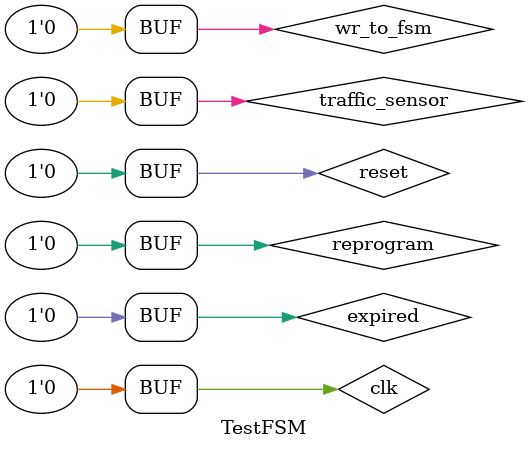
<source format=v>
`timescale 1ns / 1ps


module TestFSM;

	// Inputs
	reg clk;
	reg traffic_sensor;
	reg wr_to_fsm;
	reg reset;
	reg reprogram;
	reg expired;

	// Outputs
	wire wr_reset;
	wire [1:0] requesting_interval;
	wire start_timer;
	wire Gm;
	wire Ym;
	wire Rm;
	wire W;
	wire Gs;
	wire Ys;
	wire Rs;

	// Instantiate the Unit Under Test (UUT)
	TrafficControllerFSM uut (
		.clk(clk), 
		.traffic_sensor(traffic_sensor), 
		.wr_to_fsm(wr_to_fsm), 
		.reset(reset), 
		.reprogram(reprogram), 
		.expired(expired), 
		.wr_reset(wr_reset), 
		.requesting_interval(requesting_interval), 
		.start_timer(start_timer), 
		.Gm(Gm), 
		.Ym(Ym), 
		.Rm(Rm), 
		.W(W), 
		.Gs(Gs), 
		.Ys(Ys), 
		.Rs(Rs)
	);
	
	initial begin
		// Initialize Inputs
		clk = 0;
		traffic_sensor = 0;
		wr_to_fsm = 0;
		reset = 0;
		reprogram = 0;
		expired = 0;

		// Wait 100 ns for global reset to finish
		#100;
        
		// Add stimulus here
		
	end
      
endmodule


</source>
